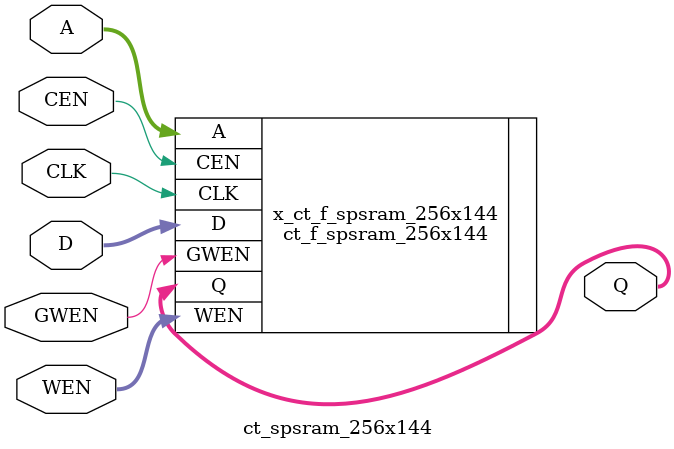
<source format=v>
/*Copyright 2019-2021 T-Head Semiconductor Co., Ltd.

Licensed under the Apache License, Version 2.0 (the "License");
you may not use this file except in compliance with the License.
You may obtain a copy of the License at

    http://www.apache.org/licenses/LICENSE-2.0

Unless required by applicable law or agreed to in writing, software
distributed under the License is distributed on an "AS IS" BASIS,
WITHOUT WARRANTIES OR CONDITIONS OF ANY KIND, either express or implied.
See the License for the specific language governing permissions and
limitations under the License.
*/

// &ModuleBeg; @22
module ct_spsram_256x144(
  A,
  CEN,
  CLK,
  D,
  GWEN,
  Q,
  WEN
);

// &Ports; @23
input   [7  :0]  A;
input            CEN;
input            CLK;
input   [143:0]  D;
input            GWEN;
input   [143:0]  WEN;
output  [143:0]  Q;

// &Regs; @24

// &Wires; @25
wire    [7  :0]  A;
wire             CEN;
wire             CLK;
wire    [143:0]  D;
wire             GWEN;
wire    [143:0]  Q;
wire    [143:0]  WEN;


//**********************************************************
//                  Parameter Definition
//**********************************************************
parameter ADDR_WIDTH = 8;
parameter DATA_WIDTH = 144;
parameter WE_WIDTH   = 144;

// &Force("bus","Q",DATA_WIDTH-1,0); @34
// &Force("bus","WEN",WE_WIDTH-1,0); @35
// &Force("bus","A",ADDR_WIDTH-1,0); @36
// &Force("bus","D",DATA_WIDTH-1,0); @37

//  //********************************************************
//  //*                        FPGA memory                   *
//  //********************************************************
//   &Instance("ct_f_spsram_256x144"); @43
ct_f_spsram_256x144  x_ct_f_spsram_256x144 (
  .A    (A   ),
  .CEN  (CEN ),
  .CLK  (CLK ),
  .D    (D   ),
  .GWEN (GWEN),
  .Q    (Q   ),
  .WEN  (WEN )
);

//   &Instance("ct_tsmc_spsram_256x144"); @49

// &ModuleEnd; @65
endmodule



</source>
